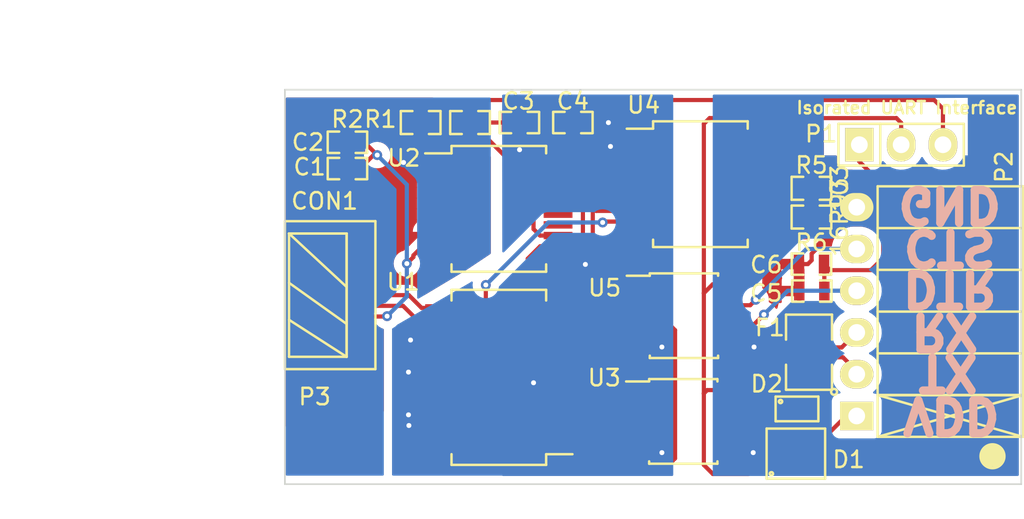
<source format=kicad_pcb>
(kicad_pcb (version 20221018) (generator pcbnew)
  (layers (0 "F.Cu" signal) (31 "B.Cu" signal) (34 "B.Paste" user) (35 "F.Paste" user) (36 "B.SilkS" user "B.Silkscreen") (37 "F.SilkS" user "F.Silkscreen") (38 "B.Mask" user) (39 "F.Mask" user) (44 "Edge.Cuts" user))
  (net 0 "")
  (net 1 "+5V")
  (net 2 "GND")
  (net 3 "Net-(CON1-Pad2)")
  (net 4 "Net-(CON1-Pad3)")
  (net 5 "GNDA")
  (net 6 "+5P")
  (net 7 "GNDD")
  (net 8 "+3.3VDAC")
  (net 9 "Net-(R1-Pad2)")
  (net 10 "Net-(R5-Pad2)")
  (net 11 "Net-(P2-Pad2)")
  (net 12 "Net-(P2-Pad3)")
  (net 13 "Net-(P2-Pad4)")
  (net 14 "Net-(P2-Pad5)")
  (net 15 "Net-(D1-Pad1)")
  (net 16 "Net-(D1-Pad2)")
  (net 17 "+3.3VADC")
  (net 18 "Net-(D2-Pad1)")
  (net 19 "Net-(U1-Pad1)")
  (net 20 "Net-(U1-Pad2)")
  (net 21 "Net-(U1-Pad5)")
  (net 22 "Net-(U1-Pad11)")
  (net 23 "Net-(U1-Pad17)")
  (footprint "SMD_Packages:SMD-0603_r" (layer "F.Cu") (at 48.25 130 180)
    (fp_text reference "R2" (at 4.45 0.2) (layer "F.SilkS"))
    (fp_text value "30R93" hide)
    (pad "1" smd rect (at -0.762 0 180) (size 0.635 1.143) (layers "F.Cu" "F.Paste" "F.Mask") (net 6 "+5P"))
    (pad "2" smd rect (at 0.762 0 180) (size 0.635 1.143) (layers "F.Cu" "F.Paste" "F.Mask") (net 9 "Net-(R1-Pad2)"))
  )
  (footprint "SMD_Packages:SMD-0603_r" (layer "F.Cu") (at 51.25 130 180)
    (fp_text reference "R1" (at 5.45 0.2) (layer "F.SilkS"))
    (fp_text value "103" hide)
    (pad "1" smd rect (at -0.762 0 180) (size 0.635 1.143) (layers "F.Cu" "F.Paste" "F.Mask") (net 5 "GNDA"))
    (pad "2" smd rect (at 0.762 0 180) (size 0.635 1.143) (layers "F.Cu" "F.Paste" "F.Mask") (net 9 "Net-(R1-Pad2)"))
  )
  (footprint "SMD_Packages:SMD-0603_c" (layer "F.Cu") (at 54.25 130)
    (fp_text reference "C3" (at -0.05 -1.3 180) (layer "F.SilkS"))
    (fp_text value "0.1uF" hide)
    (pad "1" smd rect (at -0.762 0) (size 0.635 1.143) (layers "F.Cu" "F.Paste" "F.Mask") (net 5 "GNDA"))
    (pad "2" smd rect (at 0.762 0) (size 0.635 1.143) (layers "F.Cu" "F.Paste" "F.Mask") (net 6 "+5P"))
  )
  (footprint "SMD_Packages:SMD-0603_c" (layer "F.Cu") (at 43.8 131.2 180)
    (fp_text reference "C2" (at 2.4 0) (layer "F.SilkS"))
    (fp_text value "10uF" hide)
    (pad "1" smd rect (at -0.762 0 180) (size 0.635 1.143) (layers "F.Cu" "F.Paste" "F.Mask") (net 1 "+5V"))
    (pad "2" smd rect (at 0.762 0 180) (size 0.635 1.143) (layers "F.Cu" "F.Paste" "F.Mask") (net 2 "GND"))
  )
  (footprint "SMD_Packages:SMD-0603_c" (layer "F.Cu") (at 43.8 132.8 180)
    (fp_text reference "C1" (at 2.3 0.1) (layer "F.SilkS"))
    (fp_text value "0.1uF" hide)
    (pad "1" smd rect (at -0.762 0 180) (size 0.635 1.143) (layers "F.Cu" "F.Paste" "F.Mask") (net 1 "+5V"))
    (pad "2" smd rect (at 0.762 0 180) (size 0.635 1.143) (layers "F.Cu" "F.Paste" "F.Mask") (net 2 "GND"))
  )
  (footprint "SMD_Packages:SMD-0603_c" (layer "F.Cu") (at 57.5 130 180)
    (fp_text reference "C4" (at 0 1.3) (layer "F.SilkS"))
    (fp_text value "10uF" hide)
    (pad "1" smd rect (at -0.762 0 180) (size 0.635 1.143) (layers "F.Cu" "F.Paste" "F.Mask") (net 5 "GNDA"))
    (pad "2" smd rect (at 0.762 0 180) (size 0.635 1.143) (layers "F.Cu" "F.Paste" "F.Mask") (net 6 "+5P"))
  )
  (footprint "SMD_Packages:SMD-0603_c" (layer "F.Cu") (at 72.02 140.25)
    (fp_text reference "C5" (at -2.77 0.13 180) (layer "F.SilkS"))
    (fp_text value "0.1uF" hide)
    (pad "1" smd rect (at -0.762 0) (size 0.635 1.143) (layers "F.Cu" "F.Paste" "F.Mask") (net 7 "GNDD"))
    (pad "2" smd rect (at 0.762 0) (size 0.635 1.143) (layers "F.Cu" "F.Paste" "F.Mask") (net 17 "+3.3VADC"))
  )
  (footprint "SMD_Packages:SMD-0603_c" (layer "F.Cu") (at 72 138.61)
    (fp_text reference "C6" (at -2.75 0.04 180) (layer "F.SilkS"))
    (fp_text value "10uF" hide)
    (pad "1" smd rect (at -0.762 0) (size 0.635 1.143) (layers "F.Cu" "F.Paste" "F.Mask") (net 7 "GNDD"))
    (pad "2" smd rect (at 0.762 0) (size 0.635 1.143) (layers "F.Cu" "F.Paste" "F.Mask") (net 17 "+3.3VADC"))
  )
  (footprint "SMD_Packages:SMD-0603_r" (layer "F.Cu") (at 72 134 180)
    (fp_text reference "R5" (at 0 1.4) (layer "F.SilkS"))
    (fp_text value "103" (at -1.69926 0 270) (layer "F.SilkS"))
    (pad "1" smd rect (at -0.762 0 180) (size 0.635 1.143) (layers "F.Cu" "F.Paste" "F.Mask") (net 7 "GNDD"))
    (pad "2" smd rect (at 0.762 0 180) (size 0.635 1.143) (layers "F.Cu" "F.Paste" "F.Mask") (net 10 "Net-(R5-Pad2)"))
  )
  (footprint "SMD_Packages:SMD-0603_r" (layer "F.Cu") (at 72 135.75 180)
    (fp_text reference "R6" (at 0 -1.55) (layer "F.SilkS"))
    (fp_text value "16R93" (at -1.69926 0 270) (layer "F.SilkS"))
    (pad "1" smd rect (at -0.762 0 180) (size 0.635 1.143) (layers "F.Cu" "F.Paste" "F.Mask") (net 8 "+3.3VDAC"))
    (pad "2" smd rect (at 0.762 0 180) (size 0.635 1.143) (layers "F.Cu" "F.Paste" "F.Mask") (net 10 "Net-(R5-Pad2)"))
  )
  (footprint "Housings_SSOP:SSOP-28_5.3x10.2mm_Pitch0.65mm" (layer "F.Cu") (at 53 145.5 180)
    (fp_text reference "U1" (at 5.81 5.8 180) (layer "F.SilkS"))
    (fp_text value "FT232RL" hide)
    (pad "1" smd rect (at -3.6 -4.225 180) (size 1.75 0.45) (layers "F.Cu" "F.Paste" "F.Mask") (net 19 "Net-(U1-Pad1)"))
    (pad "2" smd rect (at -3.6 -3.575 180) (size 1.75 0.45) (layers "F.Cu" "F.Paste" "F.Mask") (net 20 "Net-(U1-Pad2)"))
    (pad "3" smd rect (at -3.6 -2.925 180) (size 1.75 0.45) (layers "F.Cu" "F.Paste" "F.Mask"))
    (pad "4" smd rect (at -3.6 -2.275 180) (size 1.75 0.45) (layers "F.Cu" "F.Paste" "F.Mask") (net 6 "+5P"))
    (pad "5" smd rect (at -3.6 -1.625 180) (size 1.75 0.45) (layers "F.Cu" "F.Paste" "F.Mask") (net 21 "Net-(U1-Pad5)"))
    (pad "6" smd rect (at -3.6 -0.975 180) (size 1.75 0.45) (layers "F.Cu" "F.Paste" "F.Mask"))
    (pad "7" smd rect (at -3.6 -0.325 180) (size 1.75 0.45) (layers "F.Cu" "F.Paste" "F.Mask") (net 5 "GNDA"))
    (pad "8" smd rect (at -3.6 0.325 180) (size 1.75 0.45) (layers "F.Cu" "F.Paste" "F.Mask"))
    (pad "9" smd rect (at -3.6 0.975 180) (size 1.75 0.45) (layers "F.Cu" "F.Paste" "F.Mask"))
    (pad "10" smd rect (at -3.6 1.625 180) (size 1.75 0.45) (layers "F.Cu" "F.Paste" "F.Mask"))
    (pad "11" smd rect (at -3.6 2.275 180) (size 1.75 0.45) (layers "F.Cu" "F.Paste" "F.Mask") (net 22 "Net-(U1-Pad11)"))
    (pad "12" smd rect (at -3.6 2.925 180) (size 1.75 0.45) (layers "F.Cu" "F.Paste" "F.Mask"))
    (pad "13" smd rect (at -3.6 3.575 180) (size 1.75 0.45) (layers "F.Cu" "F.Paste" "F.Mask"))
    (pad "14" smd rect (at -3.6 4.225 180) (size 1.75 0.45) (layers "F.Cu" "F.Paste" "F.Mask"))
    (pad "15" smd rect (at 3.6 4.225 180) (size 1.75 0.45) (layers "F.Cu" "F.Paste" "F.Mask") (net 4 "Net-(CON1-Pad3)"))
    (pad "16" smd rect (at 3.6 3.575 180) (size 1.75 0.45) (layers "F.Cu" "F.Paste" "F.Mask") (net 3 "Net-(CON1-Pad2)"))
    (pad "17" smd rect (at 3.6 2.925 180) (size 1.75 0.45) (layers "F.Cu" "F.Paste" "F.Mask") (net 23 "Net-(U1-Pad17)"))
    (pad "18" smd rect (at 3.6 2.275 180) (size 1.75 0.45) (layers "F.Cu" "F.Paste" "F.Mask") (net 5 "GNDA"))
    (pad "19" smd rect (at 3.6 1.625 180) (size 1.75 0.45) (layers "F.Cu" "F.Paste" "F.Mask"))
    (pad "20" smd rect (at 3.6 0.975 180) (size 1.75 0.45) (layers "F.Cu" "F.Paste" "F.Mask") (net 6 "+5P"))
    (pad "21" smd rect (at 3.6 0.325 180) (size 1.75 0.45) (layers "F.Cu" "F.Paste" "F.Mask") (net 5 "GNDA"))
    (pad "22" smd rect (at 3.6 -0.325 180) (size 1.75 0.45) (layers "F.Cu" "F.Paste" "F.Mask"))
    (pad "23" smd rect (at 3.6 -0.975 180) (size 1.75 0.45) (layers "F.Cu" "F.Paste" "F.Mask"))
    (pad "24" smd rect (at 3.6 -1.625 180) (size 1.75 0.45) (layers "F.Cu" "F.Paste" "F.Mask"))
    (pad "25" smd rect (at 3.6 -2.275 180) (size 1.75 0.45) (layers "F.Cu" "F.Paste" "F.Mask") (net 5 "GNDA"))
    (pad "26" smd rect (at 3.6 -2.925 180) (size 1.75 0.45) (layers "F.Cu" "F.Paste" "F.Mask") (net 5 "GNDA"))
    (pad "27" smd rect (at 3.6 -3.575 180) (size 1.75 0.45) (layers "F.Cu" "F.Paste" "F.Mask"))
    (pad "28" smd rect (at 3.6 -4.225 180) (size 1.75 0.45) (layers "F.Cu" "F.Paste" "F.Mask"))
  )
  (footprint "Housings_SOIC:SOIC-8_3.9x4.9mm_Pitch1.27mm" (layer "F.Cu") (at 64.21 148.18)
    (fp_text reference "U3" (at -4.8 -2.65) (layer "F.SilkS"))
    (fp_text value "ADuM3211" hide)
    (pad "1" smd rect (at -2.7 -1.905) (size 1.55 0.6) (layers "F.Cu" "F.Paste" "F.Mask") (net 6 "+5P"))
    (pad "2" smd rect (at -2.7 -0.635) (size 1.55 0.6) (layers "F.Cu" "F.Paste" "F.Mask") (net 21 "Net-(U1-Pad5)"))
    (pad "3" smd rect (at -2.7 0.635) (size 1.55 0.6) (layers "F.Cu" "F.Paste" "F.Mask") (net 19 "Net-(U1-Pad1)"))
    (pad "4" smd rect (at -2.7 1.905) (size 1.55 0.6) (layers "F.Cu" "F.Paste" "F.Mask") (net 5 "GNDA"))
    (pad "5" smd rect (at 2.7 1.905) (size 1.55 0.6) (layers "F.Cu" "F.Paste" "F.Mask") (net 7 "GNDD"))
    (pad "6" smd rect (at 2.7 0.635) (size 1.55 0.6) (layers "F.Cu" "F.Paste" "F.Mask") (net 11 "Net-(P2-Pad2)"))
    (pad "7" smd rect (at 2.7 -0.635) (size 1.55 0.6) (layers "F.Cu" "F.Paste" "F.Mask") (net 12 "Net-(P2-Pad3)"))
    (pad "8" smd rect (at 2.7 -1.905) (size 1.55 0.6) (layers "F.Cu" "F.Paste" "F.Mask") (net 18 "Net-(D2-Pad1)"))
  )
  (footprint "Housings_SSOP:SSOP-20_5.3x7.2mm_Pitch0.65mm" (layer "F.Cu") (at 65.25 133.75)
    (fp_text reference "U4" (at -3.45 -4.81) (layer "F.SilkS"))
    (fp_text value "ADuM5010-DC/DC-150mW-SSOP20-Isolator" hide)
    (pad "1" smd rect (at -3.6 -2.925) (size 1.75 0.45) (layers "F.Cu" "F.Paste" "F.Mask"))
    (pad "2" smd rect (at -3.6 -2.275) (size 1.75 0.45) (layers "F.Cu" "F.Paste" "F.Mask") (net 5 "GNDA"))
    (pad "3" smd rect (at -3.6 -1.625) (size 1.75 0.45) (layers "F.Cu" "F.Paste" "F.Mask"))
    (pad "4" smd rect (at -3.6 -0.975) (size 1.75 0.45) (layers "F.Cu" "F.Paste" "F.Mask"))
    (pad "5" smd rect (at -3.6 -0.325) (size 1.75 0.45) (layers "F.Cu" "F.Paste" "F.Mask"))
    (pad "6" smd rect (at -3.6 0.325) (size 1.75 0.45) (layers "F.Cu" "F.Paste" "F.Mask"))
    (pad "7" smd rect (at -3.6 0.975) (size 1.75 0.45) (layers "F.Cu" "F.Paste" "F.Mask"))
    (pad "8" smd rect (at -3.6 1.625) (size 1.75 0.45) (layers "F.Cu" "F.Paste" "F.Mask") (net 5 "GNDA"))
    (pad "9" smd rect (at -3.6 2.275) (size 1.75 0.45) (layers "F.Cu" "F.Paste" "F.Mask") (net 23 "Net-(U1-Pad17)"))
    (pad "10" smd rect (at -3.6 2.925) (size 1.75 0.45) (layers "F.Cu" "F.Paste" "F.Mask"))
    (pad "11" smd rect (at 3.6 2.925) (size 1.75 0.45) (layers "F.Cu" "F.Paste" "F.Mask") (net 7 "GNDD"))
    (pad "12" smd rect (at 3.6 2.275) (size 1.75 0.45) (layers "F.Cu" "F.Paste" "F.Mask") (net 8 "+3.3VDAC"))
    (pad "13" smd rect (at 3.6 1.625) (size 1.75 0.45) (layers "F.Cu" "F.Paste" "F.Mask") (net 10 "Net-(R5-Pad2)"))
    (pad "14" smd rect (at 3.6 0.975) (size 1.75 0.45) (layers "F.Cu" "F.Paste" "F.Mask"))
    (pad "15" smd rect (at 3.6 0.325) (size 1.75 0.45) (layers "F.Cu" "F.Paste" "F.Mask"))
    (pad "16" smd rect (at 3.6 -0.325) (size 1.75 0.45) (layers "F.Cu" "F.Paste" "F.Mask"))
    (pad "17" smd rect (at 3.6 -0.975) (size 1.75 0.45) (layers "F.Cu" "F.Paste" "F.Mask"))
    (pad "18" smd rect (at 3.6 -1.625) (size 1.75 0.45) (layers "F.Cu" "F.Paste" "F.Mask"))
    (pad "19" smd rect (at 3.6 -2.275) (size 1.75 0.45) (layers "F.Cu" "F.Paste" "F.Mask"))
    (pad "20" smd rect (at 3.6 -2.925) (size 1.75 0.45) (layers "F.Cu" "F.Paste" "F.Mask"))
  )
  (footprint "Housings_SSOP:SSOP-20_5.3x7.2mm_Pitch0.65mm" (layer "F.Cu") (at 53 135.25)
    (fp_text reference "U2" (at -5.77 -3.09) (layer "F.SilkS"))
    (fp_text value "ADuM5010-DC/DC-150mW-SSOP20-Isolator" hide)
    (pad "1" smd rect (at -3.6 -2.925) (size 1.75 0.45) (layers "F.Cu" "F.Paste" "F.Mask"))
    (pad "2" smd rect (at -3.6 -2.275) (size 1.75 0.45) (layers "F.Cu" "F.Paste" "F.Mask") (net 2 "GND"))
    (pad "3" smd rect (at -3.6 -1.625) (size 1.75 0.45) (layers "F.Cu" "F.Paste" "F.Mask"))
    (pad "4" smd rect (at -3.6 -0.975) (size 1.75 0.45) (layers "F.Cu" "F.Paste" "F.Mask"))
    (pad "5" smd rect (at -3.6 -0.325) (size 1.75 0.45) (layers "F.Cu" "F.Paste" "F.Mask"))
    (pad "6" smd rect (at -3.6 0.325) (size 1.75 0.45) (layers "F.Cu" "F.Paste" "F.Mask"))
    (pad "7" smd rect (at -3.6 0.975) (size 1.75 0.45) (layers "F.Cu" "F.Paste" "F.Mask"))
    (pad "8" smd rect (at -3.6 1.625) (size 1.75 0.45) (layers "F.Cu" "F.Paste" "F.Mask") (net 2 "GND"))
    (pad "9" smd rect (at -3.6 2.275) (size 1.75 0.45) (layers "F.Cu" "F.Paste" "F.Mask") (net 1 "+5V"))
    (pad "10" smd rect (at -3.6 2.925) (size 1.75 0.45) (layers "F.Cu" "F.Paste" "F.Mask"))
    (pad "11" smd rect (at 3.6 2.925) (size 1.75 0.45) (layers "F.Cu" "F.Paste" "F.Mask") (net 5 "GNDA"))
    (pad "12" smd rect (at 3.6 2.275) (size 1.75 0.45) (layers "F.Cu" "F.Paste" "F.Mask") (net 6 "+5P"))
    (pad "13" smd rect (at 3.6 1.625) (size 1.75 0.45) (layers "F.Cu" "F.Paste" "F.Mask") (net 9 "Net-(R1-Pad2)"))
    (pad "14" smd rect (at 3.6 0.975) (size 1.75 0.45) (layers "F.Cu" "F.Paste" "F.Mask"))
    (pad "15" smd rect (at 3.6 0.325) (size 1.75 0.45) (layers "F.Cu" "F.Paste" "F.Mask"))
    (pad "16" smd rect (at 3.6 -0.325) (size 1.75 0.45) (layers "F.Cu" "F.Paste" "F.Mask"))
    (pad "17" smd rect (at 3.6 -0.975) (size 1.75 0.45) (layers "F.Cu" "F.Paste" "F.Mask"))
    (pad "18" smd rect (at 3.6 -1.625) (size 1.75 0.45) (layers "F.Cu" "F.Paste" "F.Mask"))
    (pad "19" smd rect (at 3.6 -2.275) (size 1.75 0.45) (layers "F.Cu" "F.Paste" "F.Mask"))
    (pad "20" smd rect (at 3.6 -2.925) (size 1.75 0.45) (layers "F.Cu" "F.Paste" "F.Mask"))
  )
  (footprint "kicad-library:Hirose-microUSB-ZX62R-B-5P" (layer "F.Cu") (at 43 140.5 -90)
    (fp_text reference "CON1" (at -5.72 0.59) (layer "F.SilkS"))
    (fp_text value "USB-MICRO-B" hide)
    (pad "1" smd rect (at 1.3 -1.5) (size 1.35 0.4) (layers "F.Cu" "F.Paste" "F.Mask") (net 1 "+5V"))
    (pad "2" smd rect (at 0.65 -1.5) (size 1.35 0.4) (layers "F.Cu" "F.Paste" "F.Mask") (net 3 "Net-(CON1-Pad2)"))
    (pad "3" smd rect (at 0 -1.5) (size 1.35 0.4) (layers "F.Cu" "F.Paste" "F.Mask") (net 4 "Net-(CON1-Pad3)"))
    (pad "4" smd rect (at -0.65 -1.5) (size 1.35 0.4) (layers "F.Cu" "F.Paste" "F.Mask"))
    (pad "5" smd rect (at -1.3 -1.5) (size 1.35 0.4) (layers "F.Cu" "F.Paste" "F.Mask") (net 2 "GND"))
    (pad "6" smd rect (at -3.1 -1.175) (size 2.1 2) (layers "F.Cu" "F.Paste" "F.Mask") (net 2 "GND"))
    (pad "7" smd rect (at 3.1 -1.175) (size 2.1 2) (layers "F.Cu" "F.Paste" "F.Mask") (net 2 "GND"))
    (pad "8" smd rect (at -4.1 1.525) (size 1.9 1.6) (layers "F.Cu" "F.Paste" "F.Mask") (net 2 "GND"))
    (pad "9" smd rect (at 4.1 1.525) (size 1.9 1.6) (layers "F.Cu" "F.Paste" "F.Mask") (net 2 "GND"))
    (pad "~" smd rect (at -0.85 1.525) (size 1.9 1.2) (layers "F.Cu" "F.Paste" "F.Mask"))
    (pad "~" smd rect (at 0.85 1.525) (size 1.9 1.2) (layers "F.Cu" "F.Paste" "F.Mask"))
  )
  (footprint "Pin_Headers:Pin_Header_Straight_1x03" (layer "F.Cu") (at 77.45 131.35)
    (fp_text reference "P1" (at -4.86 -0.66) (layer "F.SilkS"))
    (fp_text value "CONN_01X03" hide)
    (pad "1" thru_hole rect (at -2.54 0) (size 1.7272 2.032) (drill 1.016) (layers "*.Cu" "*.Mask" "F.SilkS") (net 17 "+3.3VADC"))
    (pad "2" thru_hole oval (at 0 0) (size 1.7272 2.032) (drill 1.016) (layers "*.Cu" "*.Mask" "F.SilkS") (net 18 "Net-(D2-Pad1)"))
    (pad "3" thru_hole oval (at 2.54 0) (size 1.7272 2.032) (drill 1.016) (layers "*.Cu" "*.Mask" "F.SilkS") (net 6 "+5P"))
  )
  (footprint "Socket_Strips:Socket_Strip_Angled_1x06" (layer "F.Cu") (at 74.75 141.5 -90)
    (fp_text reference "P2" (at -8.8 -8.95 90) (layer "F.SilkS"))
    (fp_text value "CONN_01X06" hide)
    (pad "1" thru_hole rect (at 6.35 0 90) (size 1.7272 2.032) (drill 1.016) (layers "*.Cu" "*.Mask" "F.SilkS") (net 16 "Net-(D1-Pad2)"))
    (pad "2" thru_hole oval (at 3.81 0 90) (size 1.7272 2.032) (drill 1.016) (layers "*.Cu" "*.Mask" "F.SilkS") (net 11 "Net-(P2-Pad2)"))
    (pad "3" thru_hole oval (at 1.27 0 90) (size 1.7272 2.032) (drill 1.016) (layers "*.Cu" "*.Mask" "F.SilkS") (net 12 "Net-(P2-Pad3)"))
    (pad "4" thru_hole oval (at -1.27 0 90) (size 1.7272 2.032) (drill 1.016) (layers "*.Cu" "*.Mask" "F.SilkS") (net 13 "Net-(P2-Pad4)"))
    (pad "5" thru_hole oval (at -3.81 0 90) (size 1.7272 2.032) (drill 1.016) (layers "*.Cu" "*.Mask" "F.SilkS") (net 14 "Net-(P2-Pad5)"))
    (pad "6" thru_hole oval (at -6.35 0 90) (size 1.7272 2.032) (drill 1.016) (layers "*.Cu" "*.Mask" "F.SilkS") (net 7 "GNDD"))
  )
  (footprint "Housings_SOIC:SOIC-8_3.9x4.9mm_Pitch1.27mm" (layer "F.Cu") (at 64.25 141.75)
    (fp_text reference "U5" (at -4.82 -1.69) (layer "F.SilkS"))
    (fp_text value "ADuM3211" hide)
    (pad "1" smd rect (at -2.7 -1.905) (size 1.55 0.6) (layers "F.Cu" "F.Paste" "F.Mask") (net 6 "+5P"))
    (pad "2" smd rect (at -2.7 -0.635) (size 1.55 0.6) (layers "F.Cu" "F.Paste" "F.Mask") (net 22 "Net-(U1-Pad11)"))
    (pad "3" smd rect (at -2.7 0.635) (size 1.55 0.6) (layers "F.Cu" "F.Paste" "F.Mask") (net 20 "Net-(U1-Pad2)"))
    (pad "4" smd rect (at -2.7 1.905) (size 1.55 0.6) (layers "F.Cu" "F.Paste" "F.Mask") (net 5 "GNDA"))
    (pad "5" smd rect (at 2.7 1.905) (size 1.55 0.6) (layers "F.Cu" "F.Paste" "F.Mask") (net 7 "GNDD"))
    (pad "6" smd rect (at 2.7 0.635) (size 1.55 0.6) (layers "F.Cu" "F.Paste" "F.Mask") (net 13 "Net-(P2-Pad4)"))
    (pad "7" smd rect (at 2.7 -0.635) (size 1.55 0.6) (layers "F.Cu" "F.Paste" "F.Mask") (net 14 "Net-(P2-Pad5)"))
    (pad "8" smd rect (at 2.7 -1.905) (size 1.55 0.6) (layers "F.Cu" "F.Paste" "F.Mask") (net 18 "Net-(D2-Pad1)"))
  )
  (footprint "SMD_Packages:SMD-1210" (layer "F.Cu") (at 71.85 143.97 90)
    (fp_text reference "F1" (at 1.49 -2.38 180) (layer "F.SilkS"))
    (fp_text value "150mA/1.5s" hide)
    (pad "1" smd rect (at -1.524 0 90) (size 1.27 2.54) (layers "F.Cu" "F.Paste" "F.Mask") (net 15 "Net-(D1-Pad1)"))
    (pad "2" smd rect (at 1.524 0 90) (size 1.27 2.54) (layers "F.Cu" "F.Paste" "F.Mask") (net 7 "GNDD"))
  )
  (footprint "Diode:ZLLS410" (layer "F.Cu") (at 71.12 147.47)
    (fp_text reference "D1" (at 3.14 3.03) (layer "F.SilkS"))
    (fp_text value "ZLLS410TA")
    (pad "1" smd rect (at -1.2 0) (size 0.65 1.35) (layers "F.Cu" "F.Paste" "F.Mask") (net 15 "Net-(D1-Pad1)"))
    (pad "2" smd rect (at 1.2 0) (size 0.65 1.35) (layers "F.Cu" "F.Paste" "F.Mask") (net 16 "Net-(D1-Pad2)"))
  )
  (footprint "Diode:UPS115UE3_TR7" (layer "F.Cu") (at 70.29 150.14 180)
    (fp_text reference "D2" (at 1.01 4.24 180) (layer "F.SilkS"))
    (fp_text value "UPS115UE3/TR7")
    (pad "1" smd rect (at 0.831 0 180) (size 0.76 1.27) (layers "F.Cu" "F.Paste" "F.Mask") (net 18 "Net-(D2-Pad1)"))
    (pad "2" smd rect (at -1.524 0 180) (size 2.67 2.54) (layers "F.Cu" "F.Paste" "F.Mask") (net 16 "Net-(D1-Pad2)"))
  )
  (footprint "BoardCheckPin:EarthPad" (layer "F.Cu") (at 43.31 149.18 90)
    (fp_text reference "P3" (at 2.5 -1.5 180) (layer "F.SilkS"))
    (fp_text value "CONN_01X01")
    (pad "1" smd oval (at 0 0 90) (size 3 5) (layers "F.Cu" "F.Paste" "F.Mask") (net 2 "GND"))
  )
  (gr_line (start 82.6 149.9) (end 83.4 149.9) (stroke (width 0.2)) (layer "F.SilkS"))
  (gr_circle (center 83 150.3) (end 83.7 150.3) (stroke (width 0.2)) (fill none) (layer "F.SilkS"))
  (gr_line (start 82.5 150.7) (end 83.5 150.7) (stroke (width 0.2)) (layer "F.SilkS"))
  (gr_line (start 82.4 150.5) (end 83.5 150.5) (stroke (width 0.2)) (layer "F.SilkS"))
  (gr_line (start 82.4 150.2) (end 83.6 150.2) (stroke (width 0.2)) (layer "F.SilkS"))
  (gr_line (start 82.7 149.8) (end 83.3 149.8) (stroke (width 0.2)) (layer "F.SilkS"))
  (gr_line (start 82.7 149.7) (end 83.1 149.7) (stroke (width 0.2)) (layer "F.SilkS"))
  (gr_line (start 83.5 150.6) (end 82.5 150.6) (stroke (width 0.2)) (layer "F.SilkS"))
  (gr_line (start 82.4 150.3) (end 83.6 150.3) (stroke (width 0.2)) (layer "F.SilkS"))
  (gr_line (start 83.6 150.4) (end 82.4 150.4) (stroke (width 0.2)) (layer "F.SilkS"))
  (gr_line (start 83.3 150.8) (end 82.7 150.8) (stroke (width 0.2)) (layer "F.SilkS"))
  (gr_line (start 82.5 150) (end 83.6 150) (stroke (width 0.2)) (layer "F.SilkS"))
  (gr_line (start 82.4 150.1) (end 83.5 150.1) (stroke (width 0.2)) (layer "F.SilkS"))
  (gr_line (start 40 128) (end 40 152) (stroke (width 0.1)) (layer "Edge.Cuts"))
  (gr_line (start 84.75 128) (end 40 128) (stroke (width 0.1)) (layer "Edge.Cuts"))
  (gr_line (start 40 152) (end 84.75 152) (stroke (width 0.1)) (layer "Edge.Cuts"))
  (gr_line (start 84.75 152) (end 84.75 128) (stroke (width 0.1)) (layer "Edge.Cuts"))
  (gr_text "VDD" (at 80.5 147.8 180) (layer "B.SilkS") (effects (font (size 2 2) (thickness 0.5)) (justify mirror)))
  (gr_text "DTR" (at 80.4 140.1 180) (layer "B.SilkS") (effects (font (size 2 2) (thickness 0.5)) (justify mirror)))
  (gr_text "CTS" (at 80.4 137.6 180) (layer "B.SilkS") (effects (font (size 2 2) (thickness 0.5)) (justify mirror)))
  (gr_text "RX" (at 80.1 142.7 180) (layer "B.SilkS") (effects (font (size 2 2) (thickness 0.5)) (justify mirror)))
  (gr_text "GND" (at 80.4 135 180) (layer "B.SilkS") (effects (font (size 2 2) (thickness 0.5)) (justify mirror)))
  (gr_text "TX" (at 80.3 145.2 180) (layer "B.SilkS") (effects (font (size 2 2) (thickness 0.5)) (justify mirror)))
  (gr_text "Isorated UART Interface" (at 77.8 129.1) (layer "F.SilkS") (effects (font (size 0.75 0.75))))
  (segment (start 46.19 141.8) (end 46.21 141.78) (width 0.254) (layer "F.Cu") (net 1))
  (segment (start 47.41 138.58) (end 47.81 138.18) (width 0.254) (layer "F.Cu") (net 1))
  (segment (start 47.81 138.18) (end 47.81 138.08) (width 0.254) (layer "F.Cu") (net 1))
  (segment (start 47.81 138.08) (end 48.365 137.525) (width 0.254) (layer "F.Cu") (net 1))
  (segment (start 48.365 137.525) (end 49.4 137.525) (width 0.254) (layer "F.Cu") (net 1))
  (segment (start 45.61 131.98) (end 44.83 131.2) (width 0.254) (layer "F.Cu") (net 1))
  (segment (start 44.83 131.2) (end 44.562 131.2) (width 0.254) (layer "F.Cu") (net 1))
  (segment (start 45.382 131.98) (end 44.562 132.8) (width 0.254) (layer "F.Cu") (net 1))
  (segment (start 44.5 141.8) (end 46.19 141.8) (width 0.254) (layer "F.Cu") (net 1))
  (segment (start 44.562 131.2) (end 44.562 132.8) (width 0.254) (layer "F.Cu") (net 1))
  (segment (start 45.61 131.98) (end 45.382 131.98) (width 0.254) (layer "F.Cu") (net 1))
  (via (at 46.21 141.78) (size 0.6) (drill 0.3) (layers "F.Cu" "B.Cu") (net 1))
  (via (at 45.61 131.98) (size 0.6) (drill 0.3) (layers "F.Cu" "B.Cu") (net 1))
  (via (at 47.41 138.58) (size 0.6) (drill 0.3) (layers "F.Cu" "B.Cu") (net 1))
  (segment (start 46.21 141.78) (end 47.41 140.58) (width 0.254) (layer "B.Cu") (net 1))
  (segment (start 47.41 140.58) (end 47.41 138.58) (width 0.254) (layer "B.Cu") (net 1))
  (segment (start 47.41 133.78) (end 45.61 131.98) (width 0.254) (layer "B.Cu") (net 1))
  (segment (start 47.41 138.58) (end 47.41 133.78) (width 0.254) (layer "B.Cu") (net 1))
  (segment (start 47.49 137.4) (end 48.015 136.875) (width 0.254) (layer "F.Cu") (net 2))
  (segment (start 48.015 136.875) (end 49.4 136.875) (width 0.254) (layer "F.Cu") (net 2))
  (segment (start 47.755 132.975) (end 47.21 132.43) (width 0.254) (layer "F.Cu") (net 2))
  (segment (start 43.31 146.435) (end 41.475 144.6) (width 1.016) (layer "F.Cu") (net 2))
  (segment (start 44.175 143.295) (end 43.16 142.28) (width 0.381) (layer "F.Cu") (net 2))
  (segment (start 43.16 142.28) (end 43.16 139.48) (width 0.381) (layer "F.Cu") (net 2))
  (segment (start 43.16 139.48) (end 43.44 139.2) (width 0.381) (layer "F.Cu") (net 2))
  (segment (start 43.44 139.2) (end 44.5 139.2) (width 0.381) (layer "F.Cu") (net 2))
  (segment (start 49.4 132.975) (end 47.755 132.975) (width 0.254) (layer "F.Cu") (net 2))
  (segment (start 44.175 137.4) (end 47.49 137.4) (width 0.254) (layer "F.Cu") (net 2))
  (segment (start 44.175 143.6) (end 44.175 143.295) (width 0.381) (layer "F.Cu") (net 2))
  (segment (start 43.31 149.18) (end 43.31 146.435) (width 1.016) (layer "F.Cu") (net 2))
  (via (at 47.21 132.43) (size 0.6) (drill 0.3) (layers "F.Cu" "B.Cu") (net 2))
  (segment (start 47.18 141.15) (end 47.955 141.925) (width 0.254) (layer "F.Cu") (net 3))
  (segment (start 47.955 141.925) (end 49.4 141.925) (width 0.254) (layer "F.Cu") (net 3))
  (segment (start 44.5 141.15) (end 47.18 141.15) (width 0.254) (layer "F.Cu") (net 3))
  (segment (start 47.53 140.5) (end 48.305 141.275) (width 0.254) (layer "F.Cu") (net 4))
  (segment (start 48.305 141.275) (end 49.4 141.275) (width 0.254) (layer "F.Cu") (net 4))
  (segment (start 44.5 140.5) (end 47.53 140.5) (width 0.254) (layer "F.Cu") (net 4))
  (segment (start 57.765 145.825) (end 59.935 143.655) (width 0.254) (layer "F.Cu") (net 5))
  (segment (start 59.935 143.655) (end 61.55 143.655) (width 0.254) (layer "F.Cu") (net 5))
  (segment (start 62.905 150.085) (end 62.91 150.08) (width 0.254) (layer "F.Cu") (net 5))
  (segment (start 59.805 131.475) (end 59.785 131.455) (width 0.254) (layer "F.Cu") (net 5))
  (segment (start 59.655 130) (end 59.66 130.005) (width 0.254) (layer "F.Cu") (net 5))
  (segment (start 53.488 130.883) (end 54.26 131.655) (width 0.254) (layer "F.Cu") (net 5))
  (segment (start 47.64 143.225) (end 47.635 143.23) (width 0.254) (layer "F.Cu") (net 5))
  (segment (start 47.515 145.175) (end 47.51 145.18) (width 0.254) (layer "F.Cu") (net 5))
  (segment (start 47.515 147.775) (end 47.51 147.78) (width 0.254) (layer "F.Cu") (net 5))
  (segment (start 47.54 148.425) (end 47.535 148.43) (width 0.254) (layer "F.Cu") (net 5))
  (segment (start 55.115 145.825) (end 55.11 145.83) (width 0.254) (layer "F.Cu") (net 5))
  (segment (start 57.805 138.175) (end 58.26 138.63) (width 0.254) (layer "F.Cu") (net 5))
  (segment (start 58.915 135.375) (end 58.71 135.17) (width 0.254) (layer "F.Cu") (net 5))
  (segment (start 49.4 148.425) (end 47.54 148.425) (width 0.254) (layer "F.Cu") (net 5))
  (segment (start 49.4 147.775) (end 47.515 147.775) (width 0.254) (layer "F.Cu") (net 5))
  (segment (start 56.6 145.825) (end 55.115 145.825) (width 0.254) (layer "F.Cu") (net 5))
  (segment (start 58.71 134.98) (end 58.71 137.33) (width 0.254) (layer "F.Cu") (net 5))
  (segment (start 58.71 137.33) (end 57.865 138.175) (width 0.254) (layer "F.Cu") (net 5))
  (segment (start 59.805 131.475) (end 61.65 131.475) (width 0.254) (layer "F.Cu") (net 5))
  (segment (start 57.865 138.175) (end 56.6 138.175) (width 0.254) (layer "F.Cu") (net 5))
  (segment (start 56.6 145.825) (end 57.765 145.825) (width 0.254) (layer "F.Cu") (net 5))
  (segment (start 49.4 143.225) (end 47.64 143.225) (width 0.254) (layer "F.Cu") (net 5))
  (segment (start 53.488 130) (end 53.488 130.883) (width 0.254) (layer "F.Cu") (net 5))
  (segment (start 61.51 150.085) (end 62.905 150.085) (width 0.254) (layer "F.Cu") (net 5))
  (segment (start 56.6 138.175) (end 57.805 138.175) (width 0.254) (layer "F.Cu") (net 5))
  (segment (start 49.4 145.175) (end 47.515 145.175) (width 0.254) (layer "F.Cu") (net 5))
  (segment (start 52.012 130) (end 53.488 130) (width 0.254) (layer "F.Cu") (net 5))
  (segment (start 58.71 135.17) (end 58.71 132.53) (width 0.254) (layer "F.Cu") (net 5))
  (segment (start 58.262 130) (end 59.655 130) (width 0.254) (layer "F.Cu") (net 5))
  (segment (start 58.71 132.53) (end 59.785 131.455) (width 0.254) (layer "F.Cu") (net 5))
  (segment (start 61.55 143.655) (end 62.91 143.655) (width 0.254) (layer "F.Cu") (net 5))
  (segment (start 61.65 135.375) (end 58.915 135.375) (width 0.254) (layer "F.Cu") (net 5))
  (via (at 47.635 143.23) (size 0.6) (drill 0.3) (layers "F.Cu" "B.Cu") (net 5))
  (via (at 58.26 138.63) (size 0.6) (drill 0.3) (layers "F.Cu" "B.Cu") (net 5))
  (via (at 62.91 150.08) (size 0.6) (drill 0.3) (layers "F.Cu" "B.Cu") (net 5))
  (via (at 55.11 145.83) (size 0.6) (drill 0.3) (layers "F.Cu" "B.Cu") (net 5))
  (via (at 47.51 145.18) (size 0.6) (drill 0.3) (layers "F.Cu" "B.Cu") (net 5))
  (via (at 59.66 130.005) (size 0.6) (drill 0.3) (layers "F.Cu" "B.Cu") (net 5))
  (via (at 54.26 131.655) (size 0.6) (drill 0.3) (layers "F.Cu" "B.Cu") (net 5))
  (via (at 62.91 143.655) (size 0.6) (drill 0.3) (layers "F.Cu" "B.Cu") (net 5))
  (via (at 47.51 147.78) (size 0.6) (drill 0.3) (layers "F.Cu" "B.Cu") (net 5))
  (via (at 59.785 131.455) (size 0.6) (drill 0.3) (layers "F.Cu" "B.Cu") (net 5))
  (via (at 47.535 148.43) (size 0.6) (drill 0.3) (layers "F.Cu" "B.Cu") (net 5))
  (segment (start 58.565 147.775) (end 60.065 146.275) (width 0.254) (layer "F.Cu") (net 6))
  (segment (start 60.065 146.275) (end 61.51 146.275) (width 0.254) (layer "F.Cu") (net 6))
  (segment (start 55.515 137.525) (end 54.76 138.28) (width 0.254) (layer "F.Cu") (net 6))
  (segment (start 54.76 138.28) (end 54.76 139.23) (width 0.254) (layer "F.Cu") (net 6))
  (segment (start 56.738 130.558) (end 58.11 131.93) (width 0.254) (layer "F.Cu") (net 6))
  (segment (start 58.11 131.93) (end 58.11 137.03) (width 0.254) (layer "F.Cu") (net 6))
  (segment (start 58.11 137.03) (end 57.615 137.525) (width 0.254) (layer "F.Cu") (net 6))
  (segment (start 57.615 137.525) (end 56.6 137.525) (width 0.254) (layer "F.Cu") (net 6))
  (segment (start 56.738 129.402) (end 57.51 128.63) (width 0.254) (layer "F.Cu") (net 6))
  (segment (start 57.51 128.63) (end 79.46 128.63) (width 0.254) (layer "F.Cu") (net 6))
  (segment (start 79.46 128.63) (end 79.99 129.16) (width 0.254) (layer "F.Cu") (net 6))
  (segment (start 79.99 129.16) (end 79.99 131.35) (width 0.254) (layer "F.Cu") (net 6))
  (segment (start 54.76 140.18) (end 54.76 139.23) (width 0.254) (layer "F.Cu") (net 6))
  (segment (start 54.755 147.775) (end 54.36 147.38) (width 0.254) (layer "F.Cu") (net 6))
  (segment (start 54.36 147.38) (end 54.36 140.58) (width 0.254) (layer "F.Cu") (net 6))
  (segment (start 54.36 140.58) (end 54.76 140.18) (width 0.254) (layer "F.Cu") (net 6))
  (segment (start 49.012 129.478) (end 49.86 128.63) (width 0.254) (layer "F.Cu") (net 6))
  (segment (start 56.738 130) (end 56.738 129.402) (width 0.254) (layer "F.Cu") (net 6))
  (segment (start 54.36 128.63) (end 55.012 129.282) (width 0.254) (layer "F.Cu") (net 6))
  (segment (start 54.36 143.43) (end 54.36 140.58) (width 0.254) (layer "F.Cu") (net 6))
  (segment (start 54.76 139.63) (end 54.975 139.845) (width 0.254) (layer "F.Cu") (net 6))
  (segment (start 49.012 130) (end 49.012 129.478) (width 0.254) (layer "F.Cu") (net 6))
  (segment (start 49.4 144.525) (end 53.265 144.525) (width 0.254) (layer "F.Cu") (net 6))
  (segment (start 54.975 139.845) (end 61.55 139.845) (width 0.254) (layer "F.Cu") (net 6))
  (segment (start 55.012 130) (end 56.738 130) (width 0.254) (layer "F.Cu") (net 6))
  (segment (start 56.738 130) (end 56.738 130.558) (width 0.254) (layer "F.Cu") (net 6))
  (segment (start 53.265 144.525) (end 54.36 143.43) (width 0.254) (layer "F.Cu") (net 6))
  (segment (start 54.76 139.23) (end 54.76 139.63) (width 0.254) (layer "F.Cu") (net 6))
  (segment (start 56.6 147.775) (end 54.755 147.775) (width 0.254) (layer "F.Cu") (net 6))
  (segment (start 56.6 137.525) (end 55.515 137.525) (width 0.254) (layer "F.Cu") (net 6))
  (segment (start 56.6 147.775) (end 58.565 147.775) (width 0.254) (layer "F.Cu") (net 6))
  (segment (start 49.86 128.63) (end 54.36 128.63) (width 0.254) (layer "F.Cu") (net 6))
  (segment (start 55.012 129.282) (end 55.012 130) (width 0.254) (layer "F.Cu") (net 6))
  (segment (start 71.258 140.928) (end 71.85 141.52) (width 0.254) (layer "F.Cu") (net 7))
  (segment (start 71.85 141.52) (end 71.85 142.446) (width 0.254) (layer "F.Cu") (net 7))
  (segment (start 68.85 137.22) (end 70.24 138.61) (width 0.254) (layer "F.Cu") (net 7))
  (segment (start 70.24 138.61) (end 71.238 138.61) (width 0.254) (layer "F.Cu") (net 7))
  (segment (start 71.258 138.63) (end 71.238 138.61) (width 0.254) (layer "F.Cu") (net 7))
  (segment (start 73.6 134) (end 74.75 135.15) (width 0.254) (layer "F.Cu") (net 7))
  (segment (start 68.455 150.085) (end 68.46 150.08) (width 0.254) (layer "F.Cu") (net 7))
  (segment (start 71.238 138.61) (end 71.78 138.61) (width 0.254) (layer "F.Cu") (net 7))
  (segment (start 72.01 138.38) (end 72.01 137.98) (width 0.254) (layer "F.Cu") (net 7))
  (segment (start 71.258 140.25) (end 71.258 140.928) (width 0.254) (layer "F.Cu") (net 7))
  (segment (start 66.91 150.085) (end 68.455 150.085) (width 0.254) (layer "F.Cu") (net 7))
  (segment (start 71.258 140.25) (end 71.258 138.63) (width 0.254) (layer "F.Cu") (net 7))
  (segment (start 71.78 138.61) (end 72.01 138.38) (width 0.254) (layer "F.Cu") (net 7))
  (segment (start 66.95 143.655) (end 68.51 143.655) (width 0.254) (layer "F.Cu") (net 7))
  (segment (start 68.85 136.675) (end 68.85 137.22) (width 0.254) (layer "F.Cu") (net 7))
  (segment (start 72.762 134) (end 73.6 134) (width 0.254) (layer "F.Cu") (net 7))
  (segment (start 74.75 135.24) (end 74.75 135.15) (width 0.254) (layer "F.Cu") (net 7))
  (segment (start 72.01 137.98) (end 74.75 135.24) (width 0.254) (layer "F.Cu") (net 7))
  (via (at 68.51 143.655) (size 0.6) (drill 0.3) (layers "F.Cu" "B.Cu") (net 7))
  (via (at 68.46 150.08) (size 0.6) (drill 0.3) (layers "F.Cu" "B.Cu") (net 7))
  (segment (start 71.786 136.98) (end 72.762 136.004) (width 0.254) (layer "F.Cu") (net 8))
  (segment (start 72.762 136.004) (end 72.762 135.75) (width 0.254) (layer "F.Cu") (net 8))
  (segment (start 69.705 136.025) (end 70.66 136.98) (width 0.254) (layer "F.Cu") (net 8))
  (segment (start 70.66 136.98) (end 71.786 136.98) (width 0.254) (layer "F.Cu") (net 8))
  (segment (start 68.85 136.025) (end 69.705 136.025) (width 0.254) (layer "F.Cu") (net 8))
  (segment (start 47.488 130.258) (end 48.188 130.958) (width 0.254) (layer "F.Cu") (net 9))
  (segment (start 48.188 130.958) (end 50.488 130.958) (width 0.254) (layer "F.Cu") (net 9))
  (segment (start 50.488 130.958) (end 52.288 130.958) (width 0.254) (layer "F.Cu") (net 9))
  (segment (start 55.505 136.875) (end 56.6 136.875) (width 0.254) (layer "F.Cu") (net 9))
  (segment (start 55.11 133.78) (end 55.11 136.48) (width 0.254) (layer "F.Cu") (net 9))
  (segment (start 47.488 130) (end 47.488 130.258) (width 0.254) (layer "F.Cu") (net 9))
  (segment (start 55.11 136.48) (end 55.505 136.875) (width 0.254) (layer "F.Cu") (net 9))
  (segment (start 52.288 130.958) (end 55.11 133.78) (width 0.254) (layer "F.Cu") (net 9))
  (segment (start 50.488 130) (end 50.488 130.958) (width 0.254) (layer "F.Cu") (net 9))
  (segment (start 70.863 135.375) (end 71.238 135.75) (width 0.254) (layer "F.Cu") (net 10))
  (segment (start 68.85 135.375) (end 70.863 135.375) (width 0.254) (layer "F.Cu") (net 10))
  (segment (start 71.238 134) (end 71.238 135.75) (width 0.254) (layer "F.Cu") (net 10))
  (segment (start 67.175 148.815) (end 69.11 146.88) (width 0.254) (layer "F.Cu") (net 11))
  (segment (start 69.11 146.88) (end 69.11 145.38) (width 0.254) (layer "F.Cu") (net 11))
  (segment (start 69.11 145.38) (end 70.21 144.28) (width 0.254) (layer "F.Cu") (net 11))
  (segment (start 70.21 144.28) (end 73.91 144.28) (width 0.254) (layer "F.Cu") (net 11))
  (segment (start 73.91 144.28) (end 74.75 145.12) (width 0.254) (layer "F.Cu") (net 11))
  (segment (start 74.75 145.12) (end 74.75 145.31) (width 0.254) (layer "F.Cu") (net 11))
  (segment (start 66.91 148.815) (end 67.175 148.815) (width 0.254) (layer "F.Cu") (net 11))
  (segment (start 67.545 147.545) (end 68.51 146.58) (width 0.254) (layer "F.Cu") (net 12))
  (segment (start 68.51 146.58) (end 68.51 145.28) (width 0.254) (layer "F.Cu") (net 12))
  (segment (start 68.51 145.28) (end 70.11 143.68) (width 0.254) (layer "F.Cu") (net 12))
  (segment (start 70.11 143.68) (end 73.84 143.68) (width 0.254) (layer "F.Cu") (net 12))
  (segment (start 73.84 143.68) (end 74.75 142.77) (width 0.254) (layer "F.Cu") (net 12))
  (segment (start 66.91 147.545) (end 67.545 147.545) (width 0.254) (layer "F.Cu") (net 12))
  (segment (start 68.405 142.385) (end 69.11 141.68) (width 0.254) (layer "F.Cu") (net 13))
  (segment (start 66.95 142.385) (end 68.405 142.385) (width 0.254) (layer "F.Cu") (net 13))
  (via (at 69.11 141.68) (size 0.6) (drill 0.3) (layers "F.Cu" "B.Cu") (net 13))
  (segment (start 69.11 141.68) (end 70.56 140.23) (width 0.254) (layer "B.Cu") (net 13))
  (segment (start 70.56 140.23) (end 74.75 140.23) (width 0.254) (layer "B.Cu") (net 13))
  (segment (start 68.275 141.115) (end 68.61 140.78) (width 0.254) (layer "F.Cu") (net 14))
  (segment (start 66.95 141.115) (end 68.275 141.115) (width 0.254) (layer "F.Cu") (net 14))
  (via (at 68.61 140.78) (size 0.6) (drill 0.3) (layers "F.Cu" "B.Cu") (net 14))
  (segment (start 68.61 140.78) (end 71.7 137.69) (width 0.254) (layer "B.Cu") (net 14))
  (segment (start 71.7 137.69) (end 74.75 137.69) (width 0.254) (layer "B.Cu") (net 14))
  (segment (start 70.9 147.47) (end 71.41 146.96) (width 0.254) (layer "F.Cu") (net 15))
  (segment (start 71.41 146.96) (end 71.41 145.934) (width 0.254) (layer "F.Cu") (net 15))
  (segment (start 71.41 145.934) (end 71.85 145.494) (width 0.254) (layer "F.Cu") (net 15))
  (segment (start 69.92 147.47) (end 70.9 147.47) (width 0.254) (layer "F.Cu") (net 15))
  (segment (start 74.104 147.85) (end 71.814 150.14) (width 0.254) (layer "F.Cu") (net 16))
  (segment (start 72.32 149.634) (end 71.814 150.14) (width 0.254) (layer "F.Cu") (net 16))
  (segment (start 74.75 147.85) (end 74.104 147.85) (width 0.254) (layer "F.Cu") (net 16))
  (segment (start 72.32 147.47) (end 72.32 149.634) (width 0.254) (layer "F.Cu") (net 16))
  (segment (start 72.782 138.63) (end 72.762 138.61) (width 0.254) (layer "F.Cu") (net 17))
  (segment (start 74.91 131.35) (end 74.91 132.38) (width 0.254) (layer "F.Cu") (net 17))
  (segment (start 73.132 138.98) (end 72.762 138.61) (width 0.254) (layer "F.Cu") (net 17))
  (segment (start 76.36 133.83) (end 76.36 138.23) (width 0.254) (layer "F.Cu") (net 17))
  (segment (start 74.91 132.38) (end 76.36 133.83) (width 0.254) (layer "F.Cu") (net 17))
  (segment (start 76.36 138.23) (end 75.61 138.98) (width 0.254) (layer "F.Cu") (net 17))
  (segment (start 72.782 140.25) (end 72.782 138.63) (width 0.254) (layer "F.Cu") (net 17))
  (segment (start 75.61 138.98) (end 73.132 138.98) (width 0.254) (layer "F.Cu") (net 17))
  (segment (start 69.4 150.14) (end 68.16 151.38) (width 0.254) (layer "F.Cu") (net 18))
  (segment (start 68.16 151.38) (end 66.01 151.38) (width 0.254) (layer "F.Cu") (net 18))
  (segment (start 66.01 151.38) (end 65.46 150.83) (width 0.254) (layer "F.Cu") (net 18))
  (segment (start 65.46 150.83) (end 65.46 146.48) (width 0.254) (layer "F.Cu") (net 18))
  (segment (start 65.46 146.48) (end 65.665 146.275) (width 0.254) (layer "F.Cu") (net 18))
  (segment (start 65.665 146.275) (end 66.91 146.275) (width 0.254) (layer "F.Cu") (net 18))
  (segment (start 65.46 140.38) (end 65.995 139.845) (width 0.254) (layer "F.Cu") (net 18))
  (segment (start 65.995 139.845) (end 66.95 139.845) (width 0.254) (layer "F.Cu") (net 18))
  (segment (start 65.46 146.48) (end 65.46 140.38) (width 0.254) (layer "F.Cu") (net 18))
  (segment (start 65.46 140.38) (end 65.46 130.08) (width 0.254) (layer "F.Cu") (net 18))
  (segment (start 77.16 129.73) (end 77.45 130.02) (width 0.254) (layer "F.Cu") (net 18))
  (segment (start 69.459 150.14) (end 69.4 150.14) (width 0.254) (layer "F.Cu") (net 18))
  (segment (start 65.81 129.73) (end 77.16 129.73) (width 0.254) (layer "F.Cu") (net 18))
  (segment (start 77.45 130.02) (end 77.45 131.35) (width 0.254) (layer "F.Cu") (net 18))
  (segment (start 65.46 130.08) (end 65.81 129.73) (width 0.254) (layer "F.Cu") (net 18))
  (segment (start 58.465 149.725) (end 59.375 148.815) (width 0.254) (layer "F.Cu") (net 19))
  (segment (start 59.375 148.815) (end 61.51 148.815) (width 0.254) (layer "F.Cu") (net 19))
  (segment (start 56.6 149.725) (end 58.465 149.725) (width 0.254) (layer "F.Cu") (net 19))
  (segment (start 55.91 150.98) (end 63.16 150.98) (width 0.254) (layer "F.Cu") (net 20))
  (segment (start 55.365 149.075) (end 55.11 149.33) (width 0.254) (layer "F.Cu") (net 20))
  (segment (start 63.465 142.385) (end 61.55 142.385) (width 0.254) (layer "F.Cu") (net 20))
  (segment (start 55.11 150.18) (end 55.91 150.98) (width 0.254) (layer "F.Cu") (net 20))
  (segment (start 63.71 150.43) (end 63.71 142.63) (width 0.254) (layer "F.Cu") (net 20))
  (segment (start 63.71 142.63) (end 63.465 142.385) (width 0.254) (layer "F.Cu") (net 20))
  (segment (start 55.11 149.33) (end 55.11 150.18) (width 0.254) (layer "F.Cu") (net 20))
  (segment (start 56.6 149.075) (end 55.365 149.075) (width 0.254) (layer "F.Cu") (net 20))
  (segment (start 63.16 150.98) (end 63.71 150.43) (width 0.254) (layer "F.Cu") (net 20))
  (segment (start 58.265 147.125) (end 60.31 145.08) (width 0.254) (layer "F.Cu") (net 21))
  (segment (start 60.31 145.08) (end 62.41 145.08) (width 0.254) (layer "F.Cu") (net 21))
  (segment (start 62.41 145.08) (end 63.06 145.73) (width 0.254) (layer "F.Cu") (net 21))
  (segment (start 63.06 145.73) (end 63.06 147.13) (width 0.254) (layer "F.Cu") (net 21))
  (segment (start 63.06 147.13) (end 62.645 147.545) (width 0.254) (layer "F.Cu") (net 21))
  (segment (start 62.645 147.545) (end 61.51 147.545) (width 0.254) (layer "F.Cu") (net 21))
  (segment (start 56.6 147.125) (end 58.265 147.125) (width 0.254) (layer "F.Cu") (net 21))
  (segment (start 57.965 143.225) (end 60.075 141.115) (width 0.254) (layer "F.Cu") (net 22))
  (segment (start 60.075 141.115) (end 61.55 141.115) (width 0.254) (layer "F.Cu") (net 22))
  (segment (start 56.6 143.225) (end 57.965 143.225) (width 0.254) (layer "F.Cu") (net 22))
  (segment (start 59.31 136.08) (end 59.365 136.025) (width 0.254) (layer "F.Cu") (net 23))
  (segment (start 59.365 136.025) (end 61.65 136.025) (width 0.254) (layer "F.Cu") (net 23))
  (segment (start 52.21 141.28) (end 52.21 139.88) (width 0.254) (layer "F.Cu") (net 23))
  (segment (start 50.915 142.575) (end 52.21 141.28) (width 0.254) (layer "F.Cu") (net 23))
  (segment (start 49.4 142.575) (end 50.915 142.575) (width 0.254) (layer "F.Cu") (net 23))
  (via (at 52.21 139.88) (size 0.6) (drill 0.3) (layers "F.Cu" "B.Cu") (net 23))
  (via (at 59.31 136.08) (size 0.6) (drill 0.3) (layers "F.Cu" "B.Cu") (net 23))
  (segment (start 52.21 139.88) (end 56.01 136.08) (width 0.254) (layer "B.Cu") (net 23))
  (segment (start 56.01 136.08) (end 59.31 136.08) (width 0.254) (layer "B.Cu") (net 23))
  (zone (net 7) (net_name "GNDD") (layer "F.Cu") (connect_pads (clearance 0.5)) (min_thickness 0.127) (fill yes (thermal_gap 0.75) (thermal_bridge_width 0.7508))
    (polygon (pts (xy 84.6 151.5) (xy 66 151.5) (xy 66 128.3) (xy 84.6 128.3)))
    (polygon (pts (xy 69.01 140.18) (xy 69.01 139.18) (xy 67.81 139.18) (xy 67.81 136.18) (xy 66.01 136.18) (xy 66.01 140.18)))
    (polygon (pts (xy 74.21 141.78) (xy 74.21 140.98) (xy 70.01 140.98) (xy 69.81 141.78)))
    (polygon (pts (xy 80.41 132.78) (xy 80.41 131.98) (xy 73.81 131.98) (xy 73.81 132.78)))
  )
  (zone (net 0) (net_name "") (layer "F.Cu") (connect_pads (clearance 0)) (min_thickness 0.254)
    (keepout (tracks allowed) (vias allowed) (pads allowed) (copperpour not_allowed) (footprints allowed))
    (fill (thermal_gap 0.75) (thermal_bridge_width 0.7508))
    (polygon (pts (xy 72.77 128.53) (xy 81.5 128.5) (xy 81.5 132) (xy 72.75 132) (xy 72.75 128.5)))
  )
  (zone (net 0) (net_name "") (layer "F.Cu") (connect_pads (clearance 0)) (min_thickness 0.127)
    (keepout (tracks allowed) (vias allowed) (pads allowed) (copperpour not_allowed) (footprints allowed))
    (fill (thermal_gap 0.75) (thermal_bridge_width 0.7508))
    (polygon (pts (xy 59.6 141) (xy 57.9 142.5) (xy 57.9 141)))
  )
  (zone (net 0) (net_name "") (layer "F.Cu") (connect_pads (clearance 0)) (min_thickness 0.127)
    (keepout (tracks allowed) (vias allowed) (pads allowed) (copperpour not_allowed) (footprints allowed))
    (fill (thermal_gap 0.75) (thermal_bridge_width 0.7508))
    (polygon (pts (xy 57 129.3) (xy 54.3 129.3) (xy 54.3 128.9) (xy 57 128.9)))
  )
  (zone (net 0) (net_name "") (layer "F.Cu") (connect_pads (clearance 0)) (min_thickness 0.127)
    (keepout (tracks allowed) (vias allowed) (pads allowed) (copperpour not_allowed) (footprints allowed))
    (fill (thermal_gap 0.75) (thermal_bridge_width 0.7508))
    (polygon (pts (xy 60.4 130.3) (xy 60.4 129.8) (xy 62.5 129.8) (xy 62.6 130.4)))
  )
  (zone (net 0) (net_name "") (layer "F.Cu") (connect_pads (clearance 0)) (min_thickness 0.127)
    (keepout (tracks allowed) (vias allowed) (pads allowed) (copperpour not_allowed) (footprints allowed))
    (fill (thermal_gap 0.75) (thermal_bridge_width 0.7508))
    (polygon (pts (xy 60.9 143.2) (xy 58.7 143.2) (xy 60.1 141.8) (xy 60.7 142.3)))
  )
  (zone (net 0) (net_name "") (layer "F.Cu") (connect_pads (clearance 0)) (min_thickness 0.127)
    (keepout (tracks allowed) (vias allowed) (pads allowed) (copperpour not_allowed) (footprints allowed))
    (fill (thermal_gap 0.75) (thermal_bridge_width 0.7508))
    (polygon (pts (xy 62 139) (xy 63.4 139) (xy 63.6 138.8) (xy 64 140.2) (xy 63.2 140.1)))
  )
  (zone (net 0) (net_name "") (layer "F.Cu") (connect_pads (clearance 0)) (min_thickness 0.127)
    (keepout (tracks allowed) (vias allowed) (pads allowed) (copperpour not_allowed) (footprints allowed))
    (fill (thermal_gap 0.75) (thermal_bridge_width 0.7508))
    (polygon (pts (xy 70.1 133.2) (xy 70.1 132.9) (xy 71.5 132.9) (xy 70.8 134.4) (xy 70 134.3)))
  )
  (zone (net 0) (net_name "") (layer "F.Cu") (connect_pads (clearance 0)) (min_thickness 0.127)
    (keepout (tracks allowed) (vias allowed) (pads allowed) (copperpour not_allowed) (footprints allowed))
    (fill (thermal_gap 0.75) (thermal_bridge_width 0.7508))
    (polygon (pts (xy 75.6 136.8) (xy 76.1 136.8) (xy 76.5 136.8) (xy 76.4 148.7) (xy 75 148.6)))
  )
  (zone (net 0) (net_name "") (layer "F.Cu") (connect_pads (clearance 0)) (min_thickness 0.127)
    (keepout (tracks allowed) (vias allowed) (pads allowed) (copperpour not_allowed) (footprints allowed))
    (fill (thermal_gap 0.75) (thermal_bridge_width 0.7508))
    (polygon (pts (xy 76.4 148.7) (xy 76 149.1) (xy 76.2 148.7)))
  )
  (zone (net 0) (net_name "") (layer "F.Cu") (connect_pads (clearance 0)) (min_thickness 0.127)
    (keepout (tracks allowed) (vias allowed) (pads allowed) (copperpour not_allowed) (footprints allowed))
    (fill (thermal_gap 0.75) (thermal_bridge_width 0.7508))
    (polygon (pts (xy 60.41 150.38) (xy 59.61 149.98) (xy 60.21 149.38) (xy 60.41 149.38)))
  )
  (zone (net 2) (net_name "GND") (layer "F.Cu") (connect_pads (clearance 0.5)) (min_thickness 0.127) (fill yes (thermal_gap 0.75) (thermal_bridge_width 0.7508))
    (polygon (pts (xy 52.51 137.98) (xy 51.01 138.98) (xy 46.01 141.98) (xy 46.01 151.48) (xy 40.01 151.48) (xy 40.01 128.48) (xy 52.51 128.48)))
  )
  (zone (net 5) (net_name "GNDA") (layer "B.Cu") (connect_pads (clearance 0.5)) (min_thickness 0.127) (fill yes (thermal_gap 0.75) (thermal_bridge_width 0.7508))
    (polygon (pts (xy 63.6 151.5) (xy 53.2 151.5) (xy 53.2 151.48) (xy 46.51 151.48) (xy 46.51 142.48) (xy 51.26 139.73) (xy 53.21 138.08) (xy 53.2 128.3) (xy 63.6 128.3)))
  )
  (zone (net 0) (net_name "") (layer "B.Cu") (connect_pads (clearance 0)) (min_thickness 0.254)
    (keepout (tracks allowed) (vias allowed) (pads allowed) (copperpour not_allowed) (footprints allowed))
    (fill (thermal_gap 0.75) (thermal_bridge_width 0.7508))
    (polygon (pts (xy 72.77 128.53) (xy 81.5 128.5) (xy 81.5 132) (xy 72.75 132) (xy 72.75 128.5)))
  )
  (zone (net 7) (net_name "GNDD") (layer "B.Cu") (connect_pads (clearance 0.5)) (min_thickness 0.127) (fill yes (thermal_gap 0.75) (thermal_bridge_width 0.7508))
    (polygon (pts (xy 84.6 151.5) (xy 66 151.5) (xy 66 128.3) (xy 84.6 128.3)))
  )
  (zone (net 2) (net_name "GND") (layer "B.Cu") (connect_pads (clearance 0.5)) (min_thickness 0.127) (fill yes (thermal_gap 0.75) (thermal_bridge_width 0.7508))
    (polygon (pts (xy 52.51 137.98) (xy 51.01 138.98) (xy 46.01 141.98) (xy 46.01 151.48) (xy 40.01 151.48) (xy 40.01 128.48) (xy 52.51 128.48)))
  )
)
</source>
